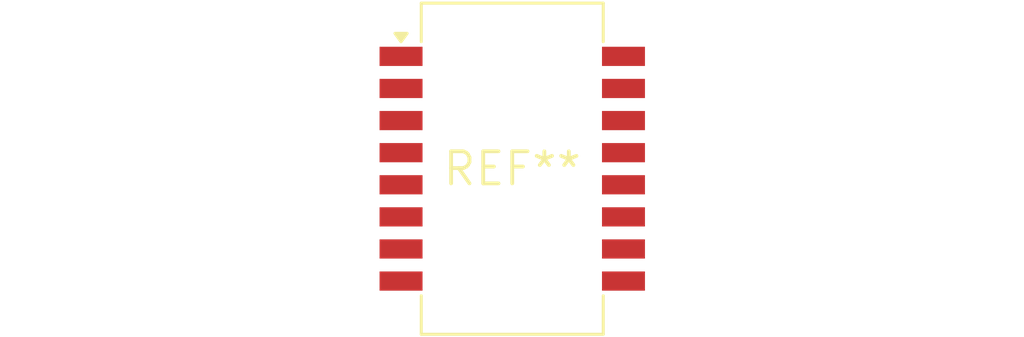
<source format=kicad_pcb>
(kicad_pcb (version 20240108) (generator pcbnew)
  (layers (0 "F.Cu" signal) (31 "B.Cu" signal) (34 "B.Paste" user) (35 "F.Paste" user) (36 "B.SilkS" user "B.Silkscreen") (37 "F.SilkS" user "F.Silkscreen") (38 "B.Mask" user) (39 "F.Mask" user) (44 "Edge.Cuts" user))
  (net 0 "")
  (footprint "Transformer_Ethernet_Bourns_PT61017PEL" (layer "F.Cu") (at 0 0)
    (property "Reference" "REF**")
    (property "Value" "Transformer_Ethernet_Bourns_PT61017PEL")
    (fp_line (start -3.6 -6.55) (end 3.6 -6.55) (layer "F.SilkS") (stroke (width 0.12)))
    (fp_line (start -3.6 -5.025) (end -3.6 -6.55) (layer "F.SilkS") (stroke (width 0.12)))
    (fp_line (start -3.6 5.025) (end -3.6 6.55) (layer "F.SilkS") (stroke (width 0.12)))
    (fp_line (start -3.6 6.55) (end 3.6 6.55) (layer "F.SilkS") (stroke (width 0.12)))
    (fp_line (start 3.6 -6.55) (end 3.6 -5.025) (layer "F.SilkS") (stroke (width 0.12)))
    (fp_line (start 3.6 6.55) (end 3.6 5.025) (layer "F.SilkS") (stroke (width 0.12)))
    (fp_poly (pts (xy -4.4 -5.025) (xy -4.64 -5.355) (xy -4.16 -5.355) (xy -4.4 -5.025)) (layer "F.SilkS") (stroke (width 0.12)) (fill solid))
    (pad "1" smd rect (at -4.4 -4.445) (size 1.7 0.76) (layers "F.Cu" "F.Paste" "F.Mask"))
    (pad "2" smd rect (at -4.4 -3.175) (size 1.7 0.76) (layers "F.Cu" "F.Paste" "F.Mask"))
    (pad "3" smd rect (at -4.4 -1.905) (size 1.7 0.76) (layers "F.Cu" "F.Paste" "F.Mask"))
    (pad "4" smd rect (at -4.4 -0.635) (size 1.7 0.76) (layers "F.Cu" "F.Paste" "F.Mask"))
    (pad "5" smd rect (at -4.4 0.635) (size 1.7 0.76) (layers "F.Cu" "F.Paste" "F.Mask"))
    (pad "6" smd rect (at -4.4 1.905) (size 1.7 0.76) (layers "F.Cu" "F.Paste" "F.Mask"))
    (pad "7" smd rect (at -4.4 3.175) (size 1.7 0.76) (layers "F.Cu" "F.Paste" "F.Mask"))
    (pad "8" smd rect (at -4.4 4.445) (size 1.7 0.76) (layers "F.Cu" "F.Paste" "F.Mask"))
    (pad "9" smd rect (at 4.4 4.445) (size 1.7 0.76) (layers "F.Cu" "F.Paste" "F.Mask"))
    (pad "10" smd rect (at 4.4 3.175) (size 1.7 0.76) (layers "F.Cu" "F.Paste" "F.Mask"))
    (pad "11" smd rect (at 4.4 1.905) (size 1.7 0.76) (layers "F.Cu" "F.Paste" "F.Mask"))
    (pad "12" smd rect (at 4.4 0.635) (size 1.7 0.76) (layers "F.Cu" "F.Paste" "F.Mask"))
    (pad "13" smd rect (at 4.4 -0.635) (size 1.7 0.76) (layers "F.Cu" "F.Paste" "F.Mask"))
    (pad "14" smd rect (at 4.4 -1.905) (size 1.7 0.76) (layers "F.Cu" "F.Paste" "F.Mask"))
    (pad "15" smd rect (at 4.4 -3.175) (size 1.7 0.76) (layers "F.Cu" "F.Paste" "F.Mask"))
    (pad "16" smd rect (at 4.4 -4.445) (size 1.7 0.76) (layers "F.Cu" "F.Paste" "F.Mask"))
  )
)
</source>
